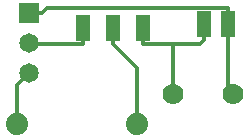
<source format=gbl>
G04 ---------------------------- Layer name :BOTTOM LAYER*
G04 easyEDA 0.1*
G04 Scale: 100 percent, Rotated: No, Reflected: No *
G04 Dimensions in inches *
G04 leading zeros omitted , absolute positions ,2 integer and 4 * 
%FSLAX24Y24*%
%MOIN*%
G90*
G70D02*

%ADD11C,0.012000*%
%ADD12R,0.047700X0.085900*%
%ADD13C,0.074000*%
%ADD15R,0.065000X0.065000*%
%ADD16C,0.065000*%
%ADD18C,0.070000*%
%ADD20R,0.047200X0.085000*%

%LPD*%
%LNVIA PAD TRACK COPPERAREA*%
G54D11*
G01X1600Y10600D02*
G01X1650Y10549D01*
G01X3400Y10549D01*
G01X6400Y10549D02*
G01X5400Y10549D01*
G01X7439Y10674D02*
G01X7314Y10549D01*
G01X6400Y10549D01*
G01X6400Y8900D02*
G01X6400Y10549D01*
G01X5400Y11099D02*
G01X5400Y10549D01*
G01X7439Y11219D02*
G01X7439Y10674D01*
G01X4400Y11099D02*
G01X4400Y10549D01*
G01X5200Y7900D02*
G01X5200Y9750D01*
G01X4400Y10549D01*
G01X1600Y9600D02*
G01X1200Y9200D01*
G01X1200Y7900D01*
G01X1600Y11600D02*
G01X2045Y11600D01*
G01X8219Y11219D02*
G01X8219Y11765D01*
G01X8219Y11765D02*
G01X2210Y11765D01*
G01X2045Y11600D01*
G01X8400Y8900D02*
G01X8219Y9080D01*
G01X8219Y11219D01*
G01X3400Y11099D02*
G01X3400Y10549D01*
G54D12*
G01X3400Y11100D03*
G01X5400Y11100D03*
G01X4400Y11100D03*
G54D13*
G01X1200Y7900D03*
G01X5200Y7900D03*
G54D15*
G01X1600Y11600D03*
G54D16*
G01X1600Y10600D03*
G01X1600Y9600D03*
G54D18*
G01X8400Y8900D03*
G01X6400Y8900D03*
G54D20*
G01X7439Y11219D03*
G01X8219Y11219D03*
G54D12*
G01X3400Y11100D03*
G01X5400Y11100D03*
G01X4400Y11100D03*
G54D13*
G01X1200Y7900D03*
G01X5200Y7900D03*
G54D15*
G01X1600Y11600D03*
G54D16*
G01X1600Y10600D03*
G01X1600Y9600D03*
G54D18*
G01X8400Y8900D03*
G01X6400Y8900D03*
G54D20*
G01X7439Y11219D03*
G01X8219Y11219D03*

M00*
M02*
</source>
